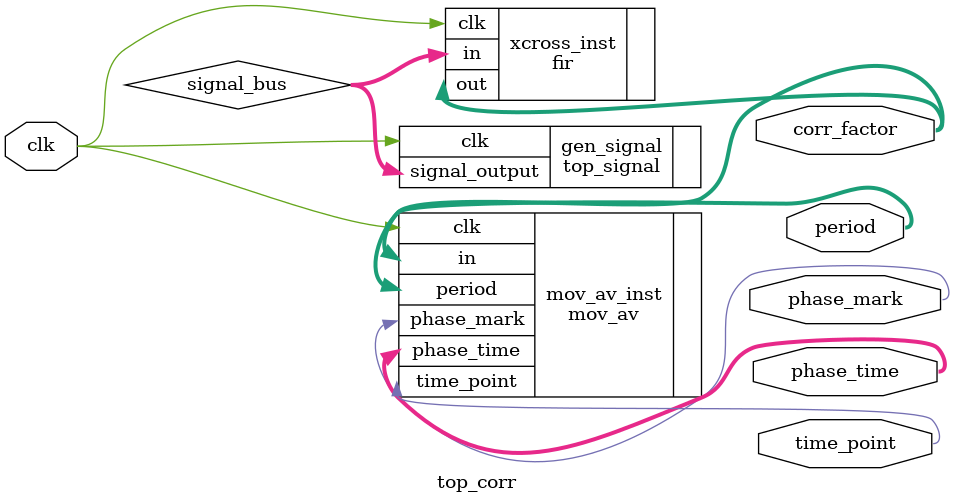
<source format=v>
module top_corr (
    input clk,
    output [76:0] corr_factor,
    output [20:0] period,
    output time_point,
    output [9:0] phase_time,
    output phase_mark 
);
wire [13:0] signal_bus;

top_signal gen_signal (.clk(clk), .signal_output(signal_bus));

fir xcross_inst (     .clk(clk),
                      .in(signal_bus), 
                      .out(corr_factor)
                      );

mov_av mov_av_inst (.clk(clk), 
                    .in(corr_factor), 
                    .period(period), 
                    .time_point(time_point),
                    .phase_time(phase_time),
                    .phase_mark(phase_mark)
                    );

endmodule 
</source>
